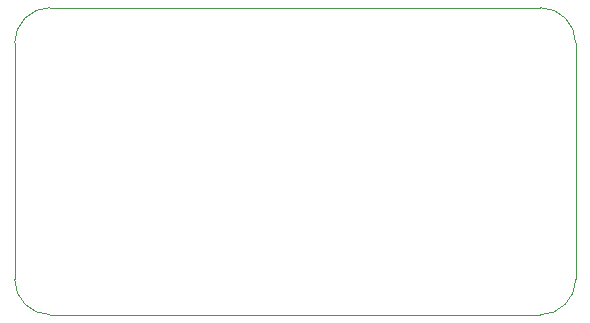
<source format=gbr>
%TF.GenerationSoftware,KiCad,Pcbnew,9.0.3*%
%TF.CreationDate,2025-12-07T20:25:51-06:00*%
%TF.ProjectId,VoltmeterFrontEnd_b,566f6c74-6d65-4746-9572-46726f6e7445,rev?*%
%TF.SameCoordinates,Original*%
%TF.FileFunction,Profile,NP*%
%FSLAX46Y46*%
G04 Gerber Fmt 4.6, Leading zero omitted, Abs format (unit mm)*
G04 Created by KiCad (PCBNEW 9.0.3) date 2025-12-07 20:25:51*
%MOMM*%
%LPD*%
G01*
G04 APERTURE LIST*
%TA.AperFunction,Profile*%
%ADD10C,0.100000*%
%TD*%
G04 APERTURE END LIST*
D10*
X93500000Y-87750000D02*
G75*
G02*
X90500000Y-84750000I0J3000000D01*
G01*
X135000000Y-87750000D02*
X93500000Y-87750000D01*
X138000000Y-84750000D02*
G75*
G02*
X135000000Y-87750000I-3000000J0D01*
G01*
X135000000Y-61750000D02*
G75*
G02*
X138000000Y-64750000I0J-3000000D01*
G01*
X90500000Y-84750000D02*
X90500000Y-64750000D01*
X90500000Y-64750000D02*
G75*
G02*
X93500000Y-61750000I3000000J0D01*
G01*
X138000000Y-64750000D02*
X138000000Y-84750000D01*
X93500000Y-61750000D02*
X135000000Y-61750000D01*
M02*

</source>
